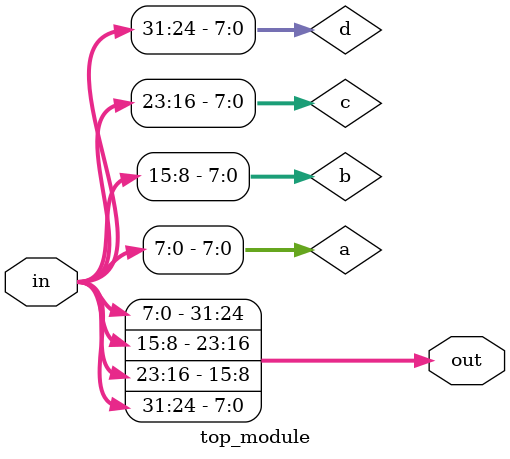
<source format=v>
module top_module( 
    input [31:0] in,
    output [31:0] out );
    
    wire [7:0] a, b, c, d;
    
    assign a = in [7:0];
    assign b = in [15:8];
    assign c = in [23:16];
    assign d = in [31:24];

    assign out[31:24] = a;
    assign out[23:16] = b;
    assign out[15:8] = c;
    assign out[7:0] = d;
    
    endmodule
</source>
